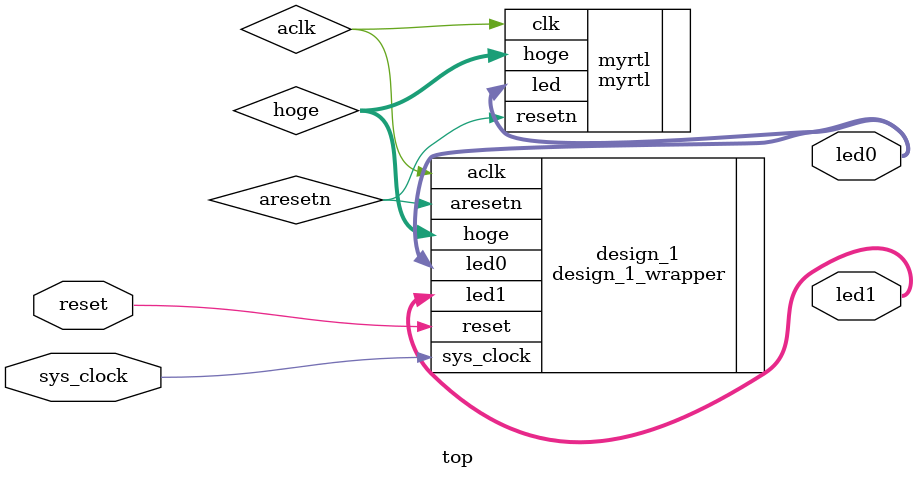
<source format=v>
`timescale 1 ps / 1 ps

module top (
  output wire [2:0] led0,
  output wire [2:0] led1,
  input wire reset,
  input wire sys_clock);

  wire aclk;
  wire aresetn;
  wire [2:0] hoge;

  myrtl myrtl(
    .clk(aclk),
    .resetn(aresetn),
    .led(led0),
    .hoge(hoge)
  );

  design_1_wrapper design_1(
    .aclk(aclk),
    .aresetn(aresetn),
    .led1(led1),
    .reset(reset),
    .sys_clock(sys_clock),
    .led0(led0),
    .hoge(hoge));
endmodule

</source>
